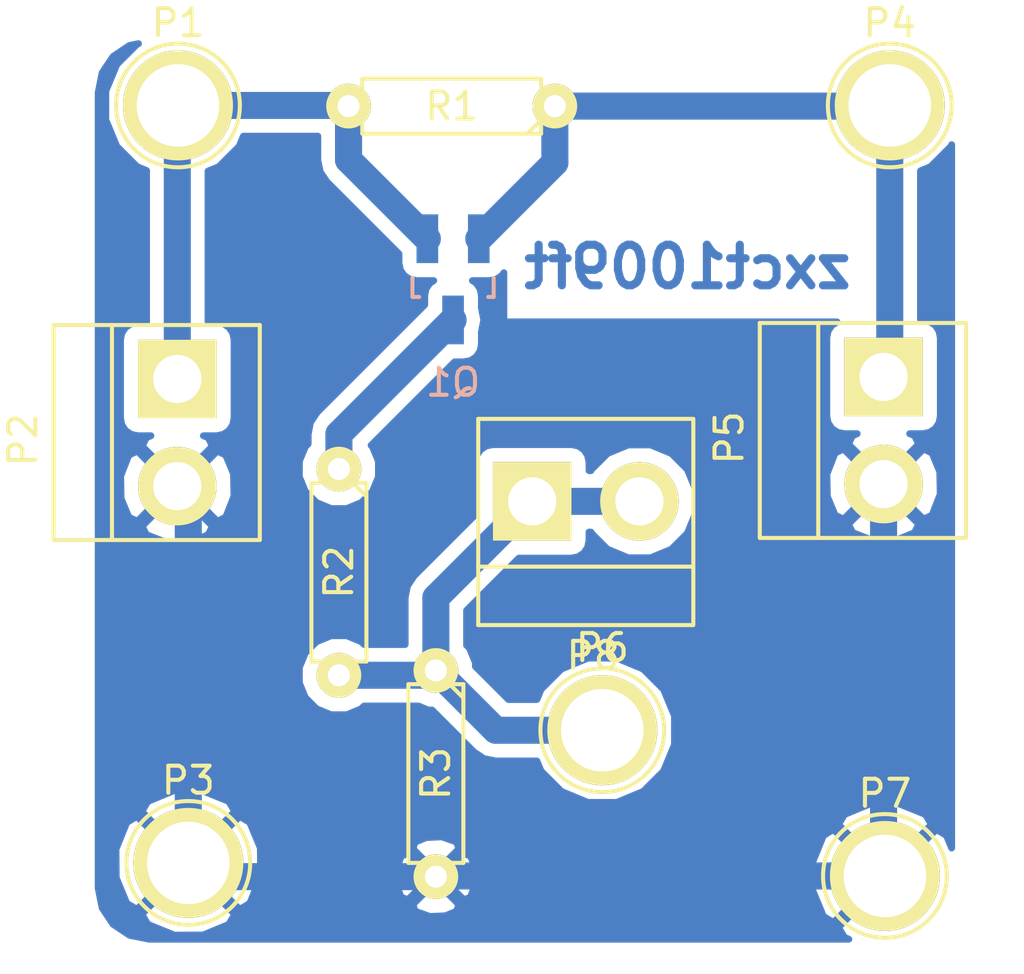
<source format=kicad_pcb>
(kicad_pcb (version 4) (host pcbnew 4.1.0-alpha+201606141244+6933~45~ubuntu14.04.1-product)

  (general
    (links 15)
    (no_connects 0)
    (area 0 0 0 0)
    (thickness 1.6)
    (drawings 1)
    (tracks 29)
    (zones 0)
    (modules 12)
    (nets 6)
  )

  (page A4)
  (layers
    (0 F.Cu signal)
    (31 B.Cu signal)
    (32 B.Adhes user)
    (33 F.Adhes user)
    (34 B.Paste user)
    (35 F.Paste user)
    (36 B.SilkS user)
    (37 F.SilkS user)
    (38 B.Mask user)
    (39 F.Mask user)
    (40 Dwgs.User user)
    (41 Cmts.User user)
    (42 Eco1.User user)
    (43 Eco2.User user)
    (44 Edge.Cuts user)
    (45 Margin user)
    (46 B.CrtYd user)
    (47 F.CrtYd user)
    (48 B.Fab user)
    (49 F.Fab user)
  )

  (setup
    (last_trace_width 0.25)
    (user_trace_width 0.5)
    (user_trace_width 0.75)
    (user_trace_width 0.8)
    (user_trace_width 1)
    (trace_clearance 0.2)
    (zone_clearance 0.508)
    (zone_45_only yes)
    (trace_min 0.2)
    (segment_width 0.2)
    (edge_width 0.15)
    (via_size 0.6)
    (via_drill 0.4)
    (via_min_size 0.4)
    (via_min_drill 0.3)
    (uvia_size 0.3)
    (uvia_drill 0.1)
    (uvias_allowed no)
    (uvia_min_size 0.2)
    (uvia_min_drill 0.1)
    (pcb_text_width 0.3)
    (pcb_text_size 1.5 1.5)
    (mod_edge_width 0.15)
    (mod_text_size 1 1)
    (mod_text_width 0.15)
    (pad_size 1.524 1.524)
    (pad_drill 0.762)
    (pad_to_mask_clearance 0.2)
    (aux_axis_origin 0 0)
    (visible_elements FFFFFF7F)
    (pcbplotparams
      (layerselection 0x00030_ffffffff)
      (usegerberextensions false)
      (excludeedgelayer true)
      (linewidth 0.100000)
      (plotframeref false)
      (viasonmask false)
      (mode 1)
      (useauxorigin false)
      (hpglpennumber 1)
      (hpglpenspeed 20)
      (hpglpendiameter 15)
      (psnegative false)
      (psa4output false)
      (plotreference true)
      (plotvalue true)
      (plotinvisibletext false)
      (padsonsilk false)
      (subtractmaskfromsilk false)
      (outputformat 1)
      (mirror false)
      (drillshape 1)
      (scaleselection 1)
      (outputdirectory ""))
  )

  (net 0 "")
  (net 1 "Net-(P6-Pad1)")
  (net 2 "Net-(Q1-Pad3)")
  (net 3 /Vin)
  (net 4 /GND)
  (net 5 /Vout)

  (net_class Default "This is the default net class."
    (clearance 0.2)
    (trace_width 0.25)
    (via_dia 0.6)
    (via_drill 0.4)
    (uvia_dia 0.3)
    (uvia_drill 0.1)
    (add_net /GND)
    (add_net /Vin)
    (add_net /Vout)
    (add_net "Net-(P6-Pad1)")
    (add_net "Net-(Q1-Pad3)")
  )

  (module Connect:1pin (layer F.Cu) (tedit 0) (tstamp 573135DC)
    (at 27.0764 46.5836)
    (descr "module 1 pin (ou trou mecanique de percage)")
    (tags DEV)
    (path /5731341E)
    (fp_text reference P1 (at 0 -3.048) (layer F.SilkS)
      (effects (font (size 1 1) (thickness 0.15)))
    )
    (fp_text value CONN_01X01 (at 0 2.794) (layer F.Fab)
      (effects (font (size 1 1) (thickness 0.15)))
    )
    (fp_circle (center 0 0) (end 0 -2.286) (layer F.SilkS) (width 0.15))
    (pad 1 thru_hole circle (at 0 0) (size 4.064 4.064) (drill 3.048) (layers *.Cu *.Mask F.SilkS)
      (net 3 /Vin))
  )

  (module Pin_Headers:Pin_Header_Straight_1x02_Pitch3.96mm_Friction_Lock (layer F.Cu) (tedit 551E6FC5) (tstamp 573135E2)
    (at 27.051 56.6928 270)
    (descr "Header Pin, Unshrouded, Friction Lock, Pitch 0.156\" (3.96mm)")
    (tags "Pin Header Straight 1x02 Pitch3.96mm 640445-2")
    (path /5731373E)
    (fp_text reference P2 (at 2.25 5.7 270) (layer F.SilkS)
      (effects (font (size 1 1) (thickness 0.15)))
    )
    (fp_text value CONN_01X02 (at 2.45 -4.15 270) (layer F.Fab)
      (effects (font (size 1 1) (thickness 0.15)))
    )
    (fp_line (start -2.25 -3.3) (end 6.2 -3.3) (layer F.CrtYd) (width 0.05))
    (fp_line (start 6.2 -3.3) (end 6.2 4.85) (layer F.CrtYd) (width 0.05))
    (fp_line (start 6.2 4.85) (end -2.25 4.85) (layer F.CrtYd) (width 0.05))
    (fp_line (start -2.25 4.85) (end -2.25 -3.3) (layer F.CrtYd) (width 0.05))
    (fp_line (start -1.9939 -3.048) (end 5.9309 -3.048) (layer F.SilkS) (width 0.15))
    (fp_line (start -1.9939 4.572) (end 5.9309 4.572) (layer F.SilkS) (width 0.15))
    (fp_line (start -1.9939 2.413) (end 5.9309 2.413) (layer F.SilkS) (width 0.15))
    (fp_line (start 5.95 -3.048) (end 5.95 4.572) (layer F.SilkS) (width 0.15))
    (fp_line (start -1.9939 -3.048) (end -1.9939 4.572) (layer F.SilkS) (width 0.15))
    (pad 1 thru_hole rect (at 0 0 270) (size 2.9 2.9) (drill 1.78) (layers *.Cu *.Mask F.SilkS)
      (net 3 /Vin))
    (pad 2 thru_hole circle (at 3.96 0 270) (size 2.9 2.9) (drill 1.78) (layers *.Cu *.Mask F.SilkS)
      (net 4 /GND))
    (model Pin_Headers.3dshapes/Pin_Header_Straight_1x02_Pitch3.96mm_Friction_Lock.wrl
      (at (xyz 0.08 0 0.125))
      (scale (xyz 0.39 0.39 0.39))
      (rotate (xyz 0 0 180))
    )
  )

  (module Connect:1pin (layer F.Cu) (tedit 0) (tstamp 573135E7)
    (at 27.4574 74.5744)
    (descr "module 1 pin (ou trou mecanique de percage)")
    (tags DEV)
    (path /5731348A)
    (fp_text reference P3 (at 0 -3.048) (layer F.SilkS)
      (effects (font (size 1 1) (thickness 0.15)))
    )
    (fp_text value CONN_01X01 (at 0 2.794) (layer F.Fab)
      (effects (font (size 1 1) (thickness 0.15)))
    )
    (fp_circle (center 0 0) (end 0 -2.286) (layer F.SilkS) (width 0.15))
    (pad 1 thru_hole circle (at 0 0) (size 4.064 4.064) (drill 3.048) (layers *.Cu *.Mask F.SilkS)
      (net 4 /GND))
  )

  (module Connect:1pin (layer F.Cu) (tedit 0) (tstamp 573135EC)
    (at 53.3654 46.5836)
    (descr "module 1 pin (ou trou mecanique de percage)")
    (tags DEV)
    (path /57313563)
    (fp_text reference P4 (at 0 -3.048) (layer F.SilkS)
      (effects (font (size 1 1) (thickness 0.15)))
    )
    (fp_text value CONN_01X01 (at 0 2.794) (layer F.Fab)
      (effects (font (size 1 1) (thickness 0.15)))
    )
    (fp_circle (center 0 0) (end 0 -2.286) (layer F.SilkS) (width 0.15))
    (pad 1 thru_hole circle (at 0 0) (size 4.064 4.064) (drill 3.048) (layers *.Cu *.Mask F.SilkS)
      (net 5 /Vout))
  )

  (module Pin_Headers:Pin_Header_Straight_1x02_Pitch3.96mm_Friction_Lock (layer F.Cu) (tedit 551E6FC5) (tstamp 573135F2)
    (at 53.1368 56.6166 270)
    (descr "Header Pin, Unshrouded, Friction Lock, Pitch 0.156\" (3.96mm)")
    (tags "Pin Header Straight 1x02 Pitch3.96mm 640445-2")
    (path /573137A6)
    (fp_text reference P5 (at 2.25 5.7 270) (layer F.SilkS)
      (effects (font (size 1 1) (thickness 0.15)))
    )
    (fp_text value CONN_01X02 (at 2.45 -4.15 270) (layer F.Fab)
      (effects (font (size 1 1) (thickness 0.15)))
    )
    (fp_line (start -2.25 -3.3) (end 6.2 -3.3) (layer F.CrtYd) (width 0.05))
    (fp_line (start 6.2 -3.3) (end 6.2 4.85) (layer F.CrtYd) (width 0.05))
    (fp_line (start 6.2 4.85) (end -2.25 4.85) (layer F.CrtYd) (width 0.05))
    (fp_line (start -2.25 4.85) (end -2.25 -3.3) (layer F.CrtYd) (width 0.05))
    (fp_line (start -1.9939 -3.048) (end 5.9309 -3.048) (layer F.SilkS) (width 0.15))
    (fp_line (start -1.9939 4.572) (end 5.9309 4.572) (layer F.SilkS) (width 0.15))
    (fp_line (start -1.9939 2.413) (end 5.9309 2.413) (layer F.SilkS) (width 0.15))
    (fp_line (start 5.95 -3.048) (end 5.95 4.572) (layer F.SilkS) (width 0.15))
    (fp_line (start -1.9939 -3.048) (end -1.9939 4.572) (layer F.SilkS) (width 0.15))
    (pad 1 thru_hole rect (at 0 0 270) (size 2.9 2.9) (drill 1.78) (layers *.Cu *.Mask F.SilkS)
      (net 5 /Vout))
    (pad 2 thru_hole circle (at 3.96 0 270) (size 2.9 2.9) (drill 1.78) (layers *.Cu *.Mask F.SilkS)
      (net 4 /GND))
    (model Pin_Headers.3dshapes/Pin_Header_Straight_1x02_Pitch3.96mm_Friction_Lock.wrl
      (at (xyz 0.08 0 0.125))
      (scale (xyz 0.39 0.39 0.39))
      (rotate (xyz 0 0 180))
    )
  )

  (module Connect:1pin (layer F.Cu) (tedit 0) (tstamp 573135F7)
    (at 42.7482 69.6722)
    (descr "module 1 pin (ou trou mecanique de percage)")
    (tags DEV)
    (path /57313645)
    (fp_text reference P6 (at 0 -3.048) (layer F.SilkS)
      (effects (font (size 1 1) (thickness 0.15)))
    )
    (fp_text value CONN_01X01 (at 0 2.794) (layer F.Fab)
      (effects (font (size 1 1) (thickness 0.15)))
    )
    (fp_circle (center 0 0) (end 0 -2.286) (layer F.SilkS) (width 0.15))
    (pad 1 thru_hole circle (at 0 0) (size 4.064 4.064) (drill 3.048) (layers *.Cu *.Mask F.SilkS)
      (net 1 "Net-(P6-Pad1)"))
  )

  (module Connect:1pin (layer F.Cu) (tedit 0) (tstamp 573135FC)
    (at 53.1876 75.057)
    (descr "module 1 pin (ou trou mecanique de percage)")
    (tags DEV)
    (path /57313569)
    (fp_text reference P7 (at 0 -3.048) (layer F.SilkS)
      (effects (font (size 1 1) (thickness 0.15)))
    )
    (fp_text value CONN_01X01 (at 0 2.794) (layer F.Fab)
      (effects (font (size 1 1) (thickness 0.15)))
    )
    (fp_circle (center 0 0) (end 0 -2.286) (layer F.SilkS) (width 0.15))
    (pad 1 thru_hole circle (at 0 0) (size 4.064 4.064) (drill 3.048) (layers *.Cu *.Mask F.SilkS)
      (net 4 /GND))
  )

  (module Pin_Headers:Pin_Header_Straight_1x02_Pitch3.96mm_Friction_Lock (layer F.Cu) (tedit 551E6FC5) (tstamp 57313602)
    (at 40.1598 61.214)
    (descr "Header Pin, Unshrouded, Friction Lock, Pitch 0.156\" (3.96mm)")
    (tags "Pin Header Straight 1x02 Pitch3.96mm 640445-2")
    (path /573137FE)
    (fp_text reference P8 (at 2.25 5.7) (layer F.SilkS)
      (effects (font (size 1 1) (thickness 0.15)))
    )
    (fp_text value CONN_01X02 (at 2.45 -4.15) (layer F.Fab)
      (effects (font (size 1 1) (thickness 0.15)))
    )
    (fp_line (start -2.25 -3.3) (end 6.2 -3.3) (layer F.CrtYd) (width 0.05))
    (fp_line (start 6.2 -3.3) (end 6.2 4.85) (layer F.CrtYd) (width 0.05))
    (fp_line (start 6.2 4.85) (end -2.25 4.85) (layer F.CrtYd) (width 0.05))
    (fp_line (start -2.25 4.85) (end -2.25 -3.3) (layer F.CrtYd) (width 0.05))
    (fp_line (start -1.9939 -3.048) (end 5.9309 -3.048) (layer F.SilkS) (width 0.15))
    (fp_line (start -1.9939 4.572) (end 5.9309 4.572) (layer F.SilkS) (width 0.15))
    (fp_line (start -1.9939 2.413) (end 5.9309 2.413) (layer F.SilkS) (width 0.15))
    (fp_line (start 5.95 -3.048) (end 5.95 4.572) (layer F.SilkS) (width 0.15))
    (fp_line (start -1.9939 -3.048) (end -1.9939 4.572) (layer F.SilkS) (width 0.15))
    (pad 1 thru_hole rect (at 0 0) (size 2.9 2.9) (drill 1.78) (layers *.Cu *.Mask F.SilkS)
      (net 1 "Net-(P6-Pad1)"))
    (pad 2 thru_hole circle (at 3.96 0) (size 2.9 2.9) (drill 1.78) (layers *.Cu *.Mask F.SilkS)
      (net 1 "Net-(P6-Pad1)"))
    (model Pin_Headers.3dshapes/Pin_Header_Straight_1x02_Pitch3.96mm_Friction_Lock.wrl
      (at (xyz 0.08 0 0.125))
      (scale (xyz 0.39 0.39 0.39))
      (rotate (xyz 0 0 180))
    )
  )

  (module Housings_SOT-23_SOT-143_TSOT-6:SOT-23_Handsoldering (layer B.Cu) (tedit 54E9291B) (tstamp 57313609)
    (at 37.2364 53.0098)
    (descr "SOT-23, Handsoldering")
    (tags SOT-23)
    (path /5731323E)
    (attr smd)
    (fp_text reference Q1 (at 0 3.81) (layer B.SilkS)
      (effects (font (size 1 1) (thickness 0.15)) (justify mirror))
    )
    (fp_text value S8050 (at 0 -3.81) (layer F.Fab)
      (effects (font (size 1 1) (thickness 0.15)))
    )
    (fp_line (start -1.49982 -0.0508) (end -1.49982 0.65024) (layer B.SilkS) (width 0.15))
    (fp_line (start -1.49982 0.65024) (end -1.2509 0.65024) (layer B.SilkS) (width 0.15))
    (fp_line (start 1.29916 0.65024) (end 1.49982 0.65024) (layer B.SilkS) (width 0.15))
    (fp_line (start 1.49982 0.65024) (end 1.49982 -0.0508) (layer B.SilkS) (width 0.15))
    (pad 1 smd rect (at -0.95 -1.50114) (size 0.8001 1.80086) (layers B.Cu B.Paste B.Mask)
      (net 3 /Vin))
    (pad 2 smd rect (at 0.95 -1.50114) (size 0.8001 1.80086) (layers B.Cu B.Paste B.Mask)
      (net 5 /Vout))
    (pad 3 smd rect (at 0 1.50114) (size 0.8001 1.80086) (layers B.Cu B.Paste B.Mask)
      (net 2 "Net-(Q1-Pad3)"))
    (model Housings_SOT-23_SOT-143_TSOT-6.3dshapes/SOT-23_Handsoldering.wrl
      (at (xyz 0 0 0))
      (scale (xyz 1 1 1))
      (rotate (xyz 0 0 0))
    )
  )

  (module Discret:R3-LARGE_PADS (layer F.Cu) (tedit 0) (tstamp 5731360F)
    (at 37.1856 46.609 180)
    (descr "Resitance 3 pas")
    (tags R)
    (path /57313377)
    (fp_text reference R1 (at 0 0 180) (layer F.SilkS)
      (effects (font (size 1 1) (thickness 0.15)))
    )
    (fp_text value R (at 0 0 180) (layer F.Fab)
      (effects (font (size 1 1) (thickness 0.15)))
    )
    (fp_line (start -3.81 0) (end -3.302 0) (layer F.SilkS) (width 0.15))
    (fp_line (start 3.81 0) (end 3.302 0) (layer F.SilkS) (width 0.15))
    (fp_line (start 3.302 0) (end 3.302 -1.016) (layer F.SilkS) (width 0.15))
    (fp_line (start 3.302 -1.016) (end -3.302 -1.016) (layer F.SilkS) (width 0.15))
    (fp_line (start -3.302 -1.016) (end -3.302 1.016) (layer F.SilkS) (width 0.15))
    (fp_line (start -3.302 1.016) (end 3.302 1.016) (layer F.SilkS) (width 0.15))
    (fp_line (start 3.302 1.016) (end 3.302 0) (layer F.SilkS) (width 0.15))
    (fp_line (start -3.302 -0.508) (end -2.794 -1.016) (layer F.SilkS) (width 0.15))
    (pad 1 thru_hole circle (at -3.81 0 180) (size 1.651 1.651) (drill 0.8128) (layers *.Cu *.Mask F.SilkS)
      (net 5 /Vout))
    (pad 2 thru_hole circle (at 3.81 0 180) (size 1.651 1.651) (drill 0.8128) (layers *.Cu *.Mask F.SilkS)
      (net 3 /Vin))
    (model Discret.3dshapes/R3-LARGE_PADS.wrl
      (at (xyz 0 0 0))
      (scale (xyz 0.3 0.3 0.3))
      (rotate (xyz 0 0 0))
    )
  )

  (module Discret:R3-LARGE_PADS (layer F.Cu) (tedit 0) (tstamp 57313615)
    (at 33.02 63.8302 270)
    (descr "Resitance 3 pas")
    (tags R)
    (path /573132FE)
    (fp_text reference R2 (at 0 0 270) (layer F.SilkS)
      (effects (font (size 1 1) (thickness 0.15)))
    )
    (fp_text value R (at 0 0 270) (layer F.Fab)
      (effects (font (size 1 1) (thickness 0.15)))
    )
    (fp_line (start -3.81 0) (end -3.302 0) (layer F.SilkS) (width 0.15))
    (fp_line (start 3.81 0) (end 3.302 0) (layer F.SilkS) (width 0.15))
    (fp_line (start 3.302 0) (end 3.302 -1.016) (layer F.SilkS) (width 0.15))
    (fp_line (start 3.302 -1.016) (end -3.302 -1.016) (layer F.SilkS) (width 0.15))
    (fp_line (start -3.302 -1.016) (end -3.302 1.016) (layer F.SilkS) (width 0.15))
    (fp_line (start -3.302 1.016) (end 3.302 1.016) (layer F.SilkS) (width 0.15))
    (fp_line (start 3.302 1.016) (end 3.302 0) (layer F.SilkS) (width 0.15))
    (fp_line (start -3.302 -0.508) (end -2.794 -1.016) (layer F.SilkS) (width 0.15))
    (pad 1 thru_hole circle (at -3.81 0 270) (size 1.651 1.651) (drill 0.8128) (layers *.Cu *.Mask F.SilkS)
      (net 2 "Net-(Q1-Pad3)"))
    (pad 2 thru_hole circle (at 3.81 0 270) (size 1.651 1.651) (drill 0.8128) (layers *.Cu *.Mask F.SilkS)
      (net 1 "Net-(P6-Pad1)"))
    (model Discret.3dshapes/R3-LARGE_PADS.wrl
      (at (xyz 0 0 0))
      (scale (xyz 0.3 0.3 0.3))
      (rotate (xyz 0 0 0))
    )
  )

  (module Discret:R3-LARGE_PADS (layer F.Cu) (tedit 0) (tstamp 5731361B)
    (at 36.6014 71.2724 270)
    (descr "Resitance 3 pas")
    (tags R)
    (path /57313332)
    (fp_text reference R3 (at 0 0 270) (layer F.SilkS)
      (effects (font (size 1 1) (thickness 0.15)))
    )
    (fp_text value R (at 0 0 270) (layer F.Fab)
      (effects (font (size 1 1) (thickness 0.15)))
    )
    (fp_line (start -3.81 0) (end -3.302 0) (layer F.SilkS) (width 0.15))
    (fp_line (start 3.81 0) (end 3.302 0) (layer F.SilkS) (width 0.15))
    (fp_line (start 3.302 0) (end 3.302 -1.016) (layer F.SilkS) (width 0.15))
    (fp_line (start 3.302 -1.016) (end -3.302 -1.016) (layer F.SilkS) (width 0.15))
    (fp_line (start -3.302 -1.016) (end -3.302 1.016) (layer F.SilkS) (width 0.15))
    (fp_line (start -3.302 1.016) (end 3.302 1.016) (layer F.SilkS) (width 0.15))
    (fp_line (start 3.302 1.016) (end 3.302 0) (layer F.SilkS) (width 0.15))
    (fp_line (start -3.302 -0.508) (end -2.794 -1.016) (layer F.SilkS) (width 0.15))
    (pad 1 thru_hole circle (at -3.81 0 270) (size 1.651 1.651) (drill 0.8128) (layers *.Cu *.Mask F.SilkS)
      (net 1 "Net-(P6-Pad1)"))
    (pad 2 thru_hole circle (at 3.81 0 270) (size 1.651 1.651) (drill 0.8128) (layers *.Cu *.Mask F.SilkS)
      (net 4 /GND))
    (model Discret.3dshapes/R3-LARGE_PADS.wrl
      (at (xyz 0 0 0))
      (scale (xyz 0.3 0.3 0.3))
      (rotate (xyz 0 0 0))
    )
  )

  (gr_text zxct1009ft (at 45.8978 52.5526) (layer B.Cu)
    (effects (font (size 1.5 1.5) (thickness 0.3)) (justify mirror))
  )

  (segment (start 40.1598 61.214) (end 44.1198 61.214) (width 1) (layer B.Cu) (net 1))
  (segment (start 36.6014 67.4624) (end 36.6014 64.7724) (width 1) (layer B.Cu) (net 1))
  (segment (start 36.6014 64.7724) (end 40.1598 61.214) (width 1) (layer B.Cu) (net 1))
  (segment (start 42.7482 69.6722) (end 38.8112 69.6722) (width 1) (layer B.Cu) (net 1))
  (segment (start 38.8112 69.6722) (end 36.6014 67.4624) (width 1) (layer B.Cu) (net 1))
  (segment (start 33.02 67.6402) (end 36.4236 67.6402) (width 1) (layer B.Cu) (net 1))
  (segment (start 36.4236 67.6402) (end 36.6014 67.4624) (width 1) (layer B.Cu) (net 1))
  (segment (start 33.02 60.0202) (end 33.02 58.72734) (width 1) (layer B.Cu) (net 2))
  (segment (start 33.02 58.72734) (end 37.2364 54.51094) (width 1) (layer B.Cu) (net 2))
  (segment (start 27.051 56.6928) (end 27.051 46.609) (width 1) (layer B.Cu) (net 3))
  (segment (start 27.051 46.609) (end 27.0764 46.5836) (width 1) (layer B.Cu) (net 3))
  (segment (start 33.3756 46.609) (end 33.3756 48.59786) (width 1) (layer B.Cu) (net 3))
  (segment (start 33.3756 48.59786) (end 36.2864 51.50866) (width 1) (layer B.Cu) (net 3))
  (segment (start 27.0764 46.5836) (end 33.3502 46.5836) (width 1) (layer B.Cu) (net 3))
  (segment (start 33.3502 46.5836) (end 33.3756 46.609) (width 1) (layer B.Cu) (net 3))
  (segment (start 27.4574 74.5744) (end 27.4574 61.0592) (width 1) (layer B.Cu) (net 4))
  (segment (start 27.4574 61.0592) (end 27.051 60.6528) (width 1) (layer B.Cu) (net 4))
  (segment (start 36.6014 75.0824) (end 27.9654 75.0824) (width 1) (layer B.Cu) (net 4))
  (segment (start 27.9654 75.0824) (end 27.4574 74.5744) (width 1) (layer B.Cu) (net 4))
  (segment (start 53.1876 75.057) (end 36.6268 75.057) (width 1) (layer B.Cu) (net 4))
  (segment (start 36.6268 75.057) (end 36.6014 75.0824) (width 1) (layer B.Cu) (net 4))
  (segment (start 53.1368 60.5766) (end 53.1368 75.0062) (width 1) (layer B.Cu) (net 4))
  (segment (start 53.1368 75.0062) (end 53.1876 75.057) (width 1) (layer B.Cu) (net 4))
  (segment (start 53.3654 46.5836) (end 53.3654 56.388) (width 1) (layer B.Cu) (net 5))
  (segment (start 53.3654 56.388) (end 53.1368 56.6166) (width 1) (layer B.Cu) (net 5))
  (segment (start 40.9956 46.609) (end 53.34 46.609) (width 1) (layer B.Cu) (net 5))
  (segment (start 53.34 46.609) (end 53.3654 46.5836) (width 1) (layer B.Cu) (net 5))
  (segment (start 40.9956 46.609) (end 40.9956 48.69946) (width 1) (layer B.Cu) (net 5))
  (segment (start 40.9956 48.69946) (end 38.1864 51.50866) (width 1) (layer B.Cu) (net 5))

  (zone (net 0) (net_name "") (layer B.Cu) (tstamp 0) (hatch edge 0.508)
    (connect_pads (clearance 0.508))
    (min_thickness 0.254)
    (keepout (tracks not_allowed) (vias not_allowed) (copperpour allowed))
    (fill (arc_segments 16) (thermal_gap 0.508) (thermal_bridge_width 0.508))
    (polygon
      (pts
        (xy 47.3964 66.167) (xy 51.8668 66.1416) (xy 51.8922 72.2122) (xy 47.371 72.1868) (xy 47.371 66.2686)
      )
    )
  )
  (zone (net 4) (net_name /GND) (layer B.Cu) (tstamp 5763680D) (hatch edge 0.508)
    (connect_pads (clearance 0.508))
    (min_thickness 0.254)
    (fill yes (arc_segments 16) (thermal_gap 0.508) (thermal_bridge_width 0.508) (smoothing fillet) (radius 2))
    (polygon
      (pts
        (xy 55.753 44.0944) (xy 24.003 44.0944) (xy 24.003 77.5208) (xy 55.7784 77.5208) (xy 55.7784 44.0944)
        (xy 55.753 44.0944)
      )
    )
    (filled_polygon
      (pts
        (xy 25.567639 44.321309) (xy 24.816745 45.070893) (xy 24.409864 46.050773) (xy 24.408938 47.111772) (xy 24.814109 48.092361)
        (xy 25.563693 48.843255) (xy 25.916 48.989545) (xy 25.916 54.59536) (xy 25.601 54.59536) (xy 25.353235 54.644643)
        (xy 25.143191 54.784991) (xy 25.002843 54.995035) (xy 24.95356 55.2428) (xy 24.95356 58.1428) (xy 25.002843 58.390565)
        (xy 25.143191 58.600609) (xy 25.353235 58.740957) (xy 25.601 58.79024) (xy 26.078172 58.79024) (xy 25.906435 58.861376)
        (xy 25.752756 59.174951) (xy 27.051 60.473195) (xy 28.349244 59.174951) (xy 28.195565 58.861376) (xy 28.013346 58.79024)
        (xy 28.501 58.79024) (xy 28.748765 58.740957) (xy 28.958809 58.600609) (xy 29.099157 58.390565) (xy 29.14844 58.1428)
        (xy 29.14844 55.2428) (xy 29.099157 54.995035) (xy 28.958809 54.784991) (xy 28.748765 54.644643) (xy 28.501 54.59536)
        (xy 28.186 54.59536) (xy 28.186 49.010821) (xy 28.585161 48.845891) (xy 29.336055 48.096307) (xy 29.492892 47.7186)
        (xy 32.2406 47.7186) (xy 32.2406 48.59786) (xy 32.326997 49.032206) (xy 32.473232 49.251062) (xy 32.573034 49.400426)
        (xy 35.23891 52.066302) (xy 35.23891 52.40909) (xy 35.288193 52.656855) (xy 35.428541 52.866899) (xy 35.638585 53.007247)
        (xy 35.88635 53.05653) (xy 36.52247 53.05653) (xy 36.378541 53.152701) (xy 36.238193 53.362745) (xy 36.18891 53.61051)
        (xy 36.18891 53.953298) (xy 32.217434 57.924774) (xy 31.971397 58.292994) (xy 31.885 58.72734) (xy 31.885 59.089562)
        (xy 31.78257 59.191813) (xy 31.559754 59.728414) (xy 31.559247 60.309437) (xy 31.781126 60.846426) (xy 32.191613 61.25763)
        (xy 32.728214 61.480446) (xy 33.309237 61.480953) (xy 33.846226 61.259074) (xy 34.25743 60.848587) (xy 34.480246 60.311986)
        (xy 34.480753 59.730963) (xy 34.258874 59.193974) (xy 34.20873 59.143742) (xy 37.293662 56.05881) (xy 37.63645 56.05881)
        (xy 37.884215 56.009527) (xy 38.094259 55.869179) (xy 38.234607 55.659135) (xy 38.28389 55.41137) (xy 38.28389 54.946951)
        (xy 38.285003 54.945285) (xy 38.3714 54.51094) (xy 38.285003 54.076595) (xy 38.28389 54.074929) (xy 38.28389 53.61051)
        (xy 38.234607 53.362745) (xy 38.094259 53.152701) (xy 37.95033 53.05653) (xy 38.58645 53.05653) (xy 38.834215 53.007247)
        (xy 39.044259 52.866899) (xy 39.1128 52.764321) (xy 39.1128 54.5826) (xy 51.417848 54.5826) (xy 51.228991 54.708791)
        (xy 51.088643 54.918835) (xy 51.03936 55.1666) (xy 51.03936 58.0666) (xy 51.088643 58.314365) (xy 51.228991 58.524409)
        (xy 51.439035 58.664757) (xy 51.6868 58.71404) (xy 52.163972 58.71404) (xy 51.992235 58.785176) (xy 51.838556 59.098751)
        (xy 53.1368 60.396995) (xy 54.435044 59.098751) (xy 54.281365 58.785176) (xy 54.099146 58.71404) (xy 54.5868 58.71404)
        (xy 54.834565 58.664757) (xy 55.044609 58.524409) (xy 55.184957 58.314365) (xy 55.23424 58.0666) (xy 55.23424 55.1666)
        (xy 55.184957 54.918835) (xy 55.044609 54.708791) (xy 54.834565 54.568443) (xy 54.5868 54.51916) (xy 54.5004 54.51916)
        (xy 54.5004 49.000326) (xy 54.874161 48.845891) (xy 55.625055 48.096307) (xy 55.6514 48.032861) (xy 55.6514 74.025793)
        (xy 55.459768 73.563154) (xy 55.085721 73.338484) (xy 53.367205 75.057) (xy 53.381348 75.071143) (xy 53.201743 75.250748)
        (xy 53.1876 75.236605) (xy 51.469084 76.955121) (xy 51.693754 77.329168) (xy 51.853138 77.3938) (xy 26.015509 77.3938)
        (xy 25.287186 77.248927) (xy 24.680348 76.843452) (xy 24.432501 76.472521) (xy 25.738884 76.472521) (xy 25.963554 76.846568)
        (xy 26.946788 77.24528) (xy 28.007757 77.237375) (xy 28.951246 76.846568) (xy 29.175916 76.472521) (xy 27.4574 74.754005)
        (xy 25.738884 76.472521) (xy 24.432501 76.472521) (xy 24.274873 76.236614) (xy 24.13 75.508291) (xy 24.13 74.063788)
        (xy 24.78652 74.063788) (xy 24.794425 75.124757) (xy 25.185232 76.068246) (xy 25.559279 76.292916) (xy 27.277795 74.5744)
        (xy 27.637005 74.5744) (xy 29.355521 76.292916) (xy 29.662358 76.108615) (xy 35.75479 76.108615) (xy 35.832056 76.357376)
        (xy 36.378531 76.55474) (xy 36.958935 76.527953) (xy 37.370744 76.357376) (xy 37.44801 76.108615) (xy 36.6014 75.262005)
        (xy 35.75479 76.108615) (xy 29.662358 76.108615) (xy 29.729568 76.068246) (xy 30.12828 75.085012) (xy 30.126601 74.859531)
        (xy 35.12906 74.859531) (xy 35.155847 75.439935) (xy 35.326424 75.851744) (xy 35.575185 75.92901) (xy 36.421795 75.0824)
        (xy 36.781005 75.0824) (xy 37.627615 75.92901) (xy 37.876376 75.851744) (xy 38.07374 75.305269) (xy 38.046953 74.724865)
        (xy 37.973026 74.546388) (xy 50.51672 74.546388) (xy 50.524625 75.607357) (xy 50.915432 76.550846) (xy 51.289479 76.775516)
        (xy 53.007995 75.057) (xy 51.289479 73.338484) (xy 50.915432 73.563154) (xy 50.51672 74.546388) (xy 37.973026 74.546388)
        (xy 37.876376 74.313056) (xy 37.627615 74.23579) (xy 36.781005 75.0824) (xy 36.421795 75.0824) (xy 35.575185 74.23579)
        (xy 35.326424 74.313056) (xy 35.12906 74.859531) (xy 30.126601 74.859531) (xy 30.120615 74.056185) (xy 35.75479 74.056185)
        (xy 36.6014 74.902795) (xy 37.44801 74.056185) (xy 37.370744 73.807424) (xy 36.824269 73.61006) (xy 36.243865 73.636847)
        (xy 35.832056 73.807424) (xy 35.75479 74.056185) (xy 30.120615 74.056185) (xy 30.120375 74.024043) (xy 29.762012 73.158879)
        (xy 51.469084 73.158879) (xy 53.1876 74.877395) (xy 54.906116 73.158879) (xy 54.681446 72.784832) (xy 53.698212 72.38612)
        (xy 52.637243 72.394025) (xy 51.693754 72.784832) (xy 51.469084 73.158879) (xy 29.762012 73.158879) (xy 29.729568 73.080554)
        (xy 29.355521 72.855884) (xy 27.637005 74.5744) (xy 27.277795 74.5744) (xy 25.559279 72.855884) (xy 25.185232 73.080554)
        (xy 24.78652 74.063788) (xy 24.13 74.063788) (xy 24.13 72.676279) (xy 25.738884 72.676279) (xy 27.4574 74.394795)
        (xy 29.175916 72.676279) (xy 28.951246 72.302232) (xy 27.968012 71.90352) (xy 26.907043 71.911425) (xy 25.963554 72.302232)
        (xy 25.738884 72.676279) (xy 24.13 72.676279) (xy 24.13 67.929437) (xy 31.559247 67.929437) (xy 31.781126 68.466426)
        (xy 32.191613 68.87763) (xy 32.728214 69.100446) (xy 33.309237 69.100953) (xy 33.846226 68.879074) (xy 33.950281 68.7752)
        (xy 35.954524 68.7752) (xy 36.309614 68.922646) (xy 36.456642 68.922774) (xy 38.008634 70.474766) (xy 38.376854 70.720803)
        (xy 38.8112 70.8072) (xy 40.331474 70.8072) (xy 40.485909 71.180961) (xy 41.235493 71.931855) (xy 42.215373 72.338736)
        (xy 43.276372 72.339662) (xy 44.256961 71.934491) (xy 45.007855 71.184907) (xy 45.414736 70.205027) (xy 45.415662 69.144028)
        (xy 45.010491 68.163439) (xy 44.260907 67.412545) (xy 43.281027 67.005664) (xy 42.220028 67.004738) (xy 41.239439 67.409909)
        (xy 40.488545 68.159493) (xy 40.331708 68.5372) (xy 39.281332 68.5372) (xy 38.062027 67.317895) (xy 38.062153 67.173163)
        (xy 37.840274 66.636174) (xy 37.7364 66.532119) (xy 37.7364 65.242532) (xy 39.667493 63.31144) (xy 41.6098 63.31144)
        (xy 41.857565 63.262157) (xy 42.067609 63.121809) (xy 42.207957 62.911765) (xy 42.25724 62.664) (xy 42.25724 62.349)
        (xy 42.332799 62.349) (xy 42.351192 62.393515) (xy 42.9372 62.980547) (xy 43.703248 63.298638) (xy 44.532713 63.299362)
        (xy 45.299315 62.982608) (xy 45.886347 62.3966) (xy 46.02842 62.054449) (xy 51.838556 62.054449) (xy 51.992235 62.368024)
        (xy 52.764908 62.669666) (xy 53.594198 62.652658) (xy 54.281365 62.368024) (xy 54.435044 62.054449) (xy 53.1368 60.756205)
        (xy 51.838556 62.054449) (xy 46.02842 62.054449) (xy 46.204438 61.630552) (xy 46.205162 60.801087) (xy 45.958743 60.204708)
        (xy 51.043734 60.204708) (xy 51.060742 61.033998) (xy 51.345376 61.721165) (xy 51.658951 61.874844) (xy 52.957195 60.5766)
        (xy 53.316405 60.5766) (xy 54.614649 61.874844) (xy 54.928224 61.721165) (xy 55.229866 60.948492) (xy 55.212858 60.119202)
        (xy 54.928224 59.432035) (xy 54.614649 59.278356) (xy 53.316405 60.5766) (xy 52.957195 60.5766) (xy 51.658951 59.278356)
        (xy 51.345376 59.432035) (xy 51.043734 60.204708) (xy 45.958743 60.204708) (xy 45.888408 60.034485) (xy 45.3024 59.447453)
        (xy 44.536352 59.129362) (xy 43.706887 59.128638) (xy 42.940285 59.445392) (xy 42.353253 60.0314) (xy 42.333488 60.079)
        (xy 42.25724 60.079) (xy 42.25724 59.764) (xy 42.207957 59.516235) (xy 42.067609 59.306191) (xy 41.857565 59.165843)
        (xy 41.6098 59.11656) (xy 38.7098 59.11656) (xy 38.462035 59.165843) (xy 38.251991 59.306191) (xy 38.111643 59.516235)
        (xy 38.06236 59.764) (xy 38.06236 61.706307) (xy 35.798834 63.969834) (xy 35.552797 64.338054) (xy 35.4664 64.7724)
        (xy 35.4664 66.5052) (xy 33.950638 66.5052) (xy 33.848387 66.40277) (xy 33.311786 66.179954) (xy 32.730763 66.179447)
        (xy 32.193774 66.401326) (xy 31.78257 66.811813) (xy 31.559754 67.348414) (xy 31.559247 67.929437) (xy 24.13 67.929437)
        (xy 24.13 62.130649) (xy 25.752756 62.130649) (xy 25.906435 62.444224) (xy 26.679108 62.745866) (xy 27.508398 62.728858)
        (xy 28.195565 62.444224) (xy 28.349244 62.130649) (xy 27.051 60.832405) (xy 25.752756 62.130649) (xy 24.13 62.130649)
        (xy 24.13 60.280908) (xy 24.957934 60.280908) (xy 24.974942 61.110198) (xy 25.259576 61.797365) (xy 25.573151 61.951044)
        (xy 26.871395 60.6528) (xy 27.230605 60.6528) (xy 28.528849 61.951044) (xy 28.842424 61.797365) (xy 29.144066 61.024692)
        (xy 29.127058 60.195402) (xy 28.842424 59.508235) (xy 28.528849 59.354556) (xy 27.230605 60.6528) (xy 26.871395 60.6528)
        (xy 25.573151 59.354556) (xy 25.259576 59.508235) (xy 24.957934 60.280908) (xy 24.13 60.280908) (xy 24.13 46.106909)
        (xy 24.274873 45.378586) (xy 24.680348 44.771748) (xy 25.287186 44.366273) (xy 25.618142 44.300441)
      )
    )
  )
)

</source>
